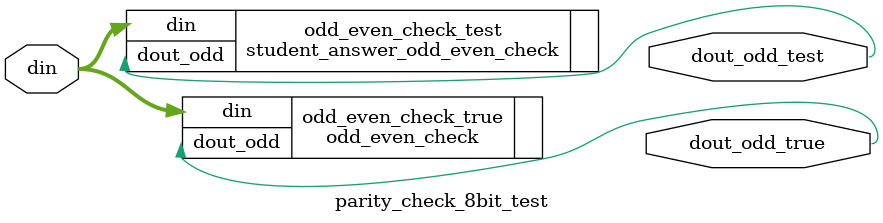
<source format=v>
module parity_check_8bit_test
(
	input [7:0] din,
	output wire dout_odd_true,
	output wire dout_odd_test
);

odd_even_check odd_even_check_true
(
	.din(din),
	.dout_odd(dout_odd_true)
);

student_answer_odd_even_check odd_even_check_test
(
	.din(din),
	.dout_odd(dout_odd_test)
);

endmodule
</source>
